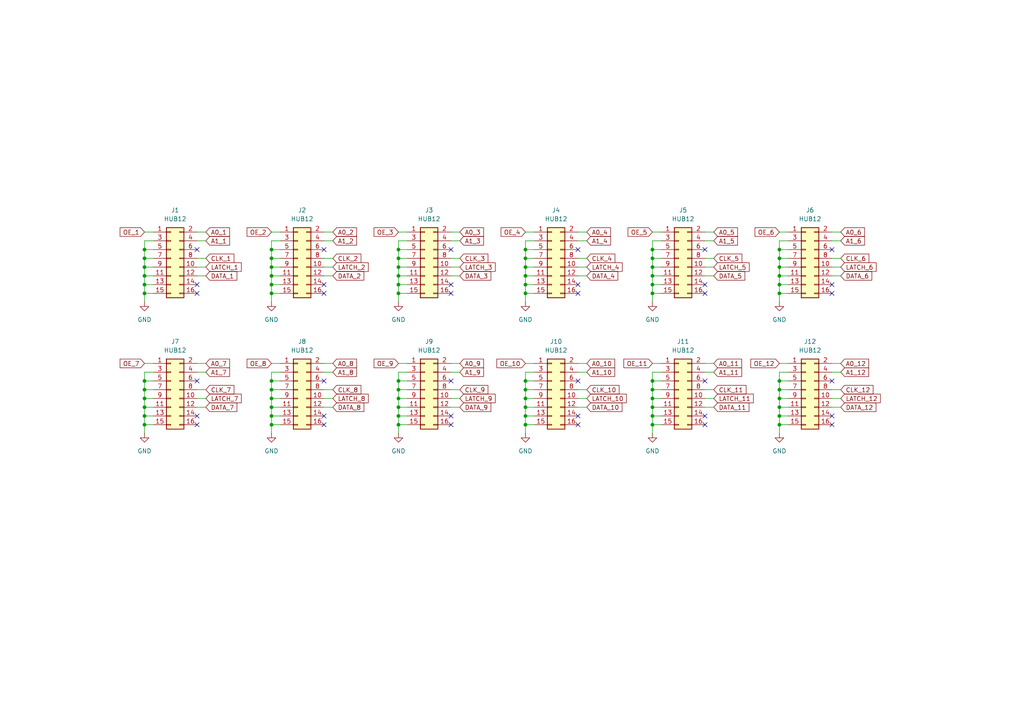
<source format=kicad_sch>
(kicad_sch (version 20250114) (generator "eeschema") (generator_version "9.0")
  (paper "A4")
  (lib_symbols
    (symbol "Connector_Generic:Conn_02x08_Odd_Even" (pin_names (offset 1.016) (hide yes))
      (property "Reference" "J" (at 1.27 10.16 0))
      (property "Value" "Conn_02x08_Odd_Even" (at 1.27 -12.7 0))
      (symbol "Conn_02x08_Odd_Even_1_1"
        (rectangle (start -1.27 8.89) (end 3.81 -11.43) (stroke (width 0.254)) (fill (type background)))
        (rectangle (start -1.27 7.747) (end 0 7.493) (stroke (width 0.1524)))
        (rectangle (start -1.27 5.207) (end 0 4.953) (stroke (width 0.1524)))
        (rectangle (start -1.27 2.667) (end 0 2.413) (stroke (width 0.1524)))
        (rectangle (start -1.27 0.127) (end 0 -0.127) (stroke (width 0.1524)))
        (rectangle (start -1.27 -2.413) (end 0 -2.667) (stroke (width 0.1524)))
        (rectangle (start -1.27 -4.953) (end 0 -5.207) (stroke (width 0.1524)))
        (rectangle (start -1.27 -7.493) (end 0 -7.747) (stroke (width 0.1524)))
        (rectangle (start -1.27 -10.033) (end 0 -10.287) (stroke (width 0.1524)))
        (rectangle (start 3.81 7.747) (end 2.54 7.493) (stroke (width 0.1524)))
        (rectangle (start 3.81 5.207) (end 2.54 4.953) (stroke (width 0.1524)))
        (rectangle (start 3.81 2.667) (end 2.54 2.413) (stroke (width 0.1524)))
        (rectangle (start 3.81 0.127) (end 2.54 -0.127) (stroke (width 0.1524)))
        (rectangle (start 3.81 -2.413) (end 2.54 -2.667) (stroke (width 0.1524)))
        (rectangle (start 3.81 -4.953) (end 2.54 -5.207) (stroke (width 0.1524)))
        (rectangle (start 3.81 -7.493) (end 2.54 -7.747) (stroke (width 0.1524)))
        (rectangle (start 3.81 -10.033) (end 2.54 -10.287) (stroke (width 0.1524)))
        (pin passive line (at -5.08 7.62 0) (length 3.81) (name "Pin_1") (number "1"))
        (pin passive line (at -5.08 5.08 0) (length 3.81) (name "Pin_3") (number "3"))
        (pin passive line (at -5.08 2.54 0) (length 3.81) (name "Pin_5") (number "5"))
        (pin passive line (at -5.08 0 0) (length 3.81) (name "Pin_7") (number "7"))
        (pin passive line (at -5.08 -2.54 0) (length 3.81) (name "Pin_9") (number "9"))
        (pin passive line (at -5.08 -5.08 0) (length 3.81) (name "Pin_11") (number "11"))
        (pin passive line (at -5.08 -7.62 0) (length 3.81) (name "Pin_13") (number "13"))
        (pin passive line (at -5.08 -10.16 0) (length 3.81) (name "Pin_15") (number "15"))
        (pin passive line (at 7.62 7.62 180) (length 3.81) (name "Pin_2") (number "2"))
        (pin passive line (at 7.62 5.08 180) (length 3.81) (name "Pin_4") (number "4"))
        (pin passive line (at 7.62 2.54 180) (length 3.81) (name "Pin_6") (number "6"))
        (pin passive line (at 7.62 0 180) (length 3.81) (name "Pin_8") (number "8"))
        (pin passive line (at 7.62 -2.54 180) (length 3.81) (name "Pin_10") (number "10"))
        (pin passive line (at 7.62 -5.08 180) (length 3.81) (name "Pin_12") (number "12"))
        (pin passive line (at 7.62 -7.62 180) (length 3.81) (name "Pin_14") (number "14"))
        (pin passive line (at 7.62 -10.16 180) (length 3.81) (name "Pin_16") (number "16"))
      )
    )
    (symbol "power:GND" (power) (pin_numbers (hide yes)) (pin_names (offset 0) (hide yes))
      (property "Value" "GND" (at 0 -3.81 0))
      (symbol "GND_0_1"
        (polyline (pts (xy 0 0) (xy 0 -1.27) (xy 1.27 -1.27) (xy 0 -2.54) (xy -1.27 -1.27) (xy 0 -1.27)))
      )
      (symbol "GND_1_1"
        (pin power_in line (at 0 0 270) (length 0) (name "~") (number "1"))
      )
    )
  )
  (junction (at 41.91 72.39))
  (junction (at 226.06 77.47))
  (junction (at 78.74 74.93))
  (junction (at 152.4 113.03))
  (junction (at 41.91 80.01))
  (junction (at 152.4 72.39))
  (junction (at 115.57 110.49))
  (junction (at 115.57 82.55))
  (junction (at 189.23 77.47))
  (junction (at 152.4 85.09))
  (junction (at 41.91 113.03))
  (junction (at 226.06 110.49))
  (junction (at 226.06 113.03))
  (junction (at 152.4 120.65))
  (junction (at 78.74 123.19))
  (junction (at 226.06 72.39))
  (junction (at 189.23 118.11))
  (junction (at 41.91 74.93))
  (junction (at 115.57 113.03))
  (junction (at 41.91 123.19))
  (junction (at 115.57 123.19))
  (junction (at 152.4 77.47))
  (junction (at 115.57 72.39))
  (junction (at 226.06 80.01))
  (junction (at 152.4 118.11))
  (junction (at 152.4 123.19))
  (junction (at 189.23 110.49))
  (junction (at 41.91 85.09))
  (junction (at 41.91 77.47))
  (junction (at 78.74 85.09))
  (junction (at 189.23 72.39))
  (junction (at 78.74 77.47))
  (junction (at 41.91 118.11))
  (junction (at 226.06 120.65))
  (junction (at 115.57 85.09))
  (junction (at 115.57 115.57))
  (junction (at 41.91 110.49))
  (junction (at 189.23 85.09))
  (junction (at 226.06 82.55))
  (junction (at 78.74 118.11))
  (junction (at 152.4 82.55))
  (junction (at 78.74 82.55))
  (junction (at 189.23 74.93))
  (junction (at 189.23 120.65))
  (junction (at 226.06 123.19))
  (junction (at 152.4 115.57))
  (junction (at 226.06 85.09))
  (junction (at 78.74 80.01))
  (junction (at 189.23 115.57))
  (junction (at 115.57 80.01))
  (junction (at 189.23 113.03))
  (junction (at 152.4 80.01))
  (junction (at 78.74 110.49))
  (junction (at 78.74 120.65))
  (junction (at 226.06 118.11))
  (junction (at 41.91 120.65))
  (junction (at 152.4 110.49))
  (junction (at 78.74 113.03))
  (junction (at 41.91 82.55))
  (junction (at 41.91 115.57))
  (junction (at 115.57 74.93))
  (junction (at 226.06 115.57))
  (junction (at 189.23 82.55))
  (junction (at 78.74 115.57))
  (junction (at 115.57 77.47))
  (junction (at 152.4 74.93))
  (junction (at 189.23 123.19))
  (junction (at 226.06 74.93))
  (junction (at 78.74 72.39))
  (junction (at 115.57 118.11))
  (junction (at 189.23 80.01))
  (junction (at 115.57 120.65))
  (no_connect (at 241.3 82.55))
  (no_connect (at 130.81 123.19))
  (no_connect (at 57.15 123.19))
  (no_connect (at 167.64 110.49))
  (no_connect (at 93.98 123.19))
  (no_connect (at 93.98 72.39))
  (no_connect (at 130.81 85.09))
  (no_connect (at 57.15 72.39))
  (no_connect (at 167.64 72.39))
  (no_connect (at 241.3 120.65))
  (no_connect (at 167.64 85.09))
  (no_connect (at 93.98 82.55))
  (no_connect (at 130.81 72.39))
  (no_connect (at 241.3 85.09))
  (no_connect (at 93.98 120.65))
  (no_connect (at 57.15 85.09))
  (no_connect (at 241.3 72.39))
  (no_connect (at 241.3 110.49))
  (no_connect (at 204.47 120.65))
  (no_connect (at 130.81 110.49))
  (no_connect (at 167.64 82.55))
  (no_connect (at 167.64 120.65))
  (no_connect (at 57.15 120.65))
  (no_connect (at 204.47 82.55))
  (no_connect (at 130.81 120.65))
  (no_connect (at 204.47 123.19))
  (no_connect (at 93.98 85.09))
  (no_connect (at 130.81 82.55))
  (no_connect (at 204.47 72.39))
  (no_connect (at 204.47 110.49))
  (no_connect (at 241.3 123.19))
  (no_connect (at 57.15 110.49))
  (no_connect (at 57.15 82.55))
  (no_connect (at 167.64 123.19))
  (no_connect (at 204.47 85.09))
  (no_connect (at 93.98 110.49))
  (wire (pts (xy 41.91 77.47) (xy 44.45 77.47)))
  (wire (pts (xy 78.74 113.03) (xy 81.28 113.03)))
  (wire (pts (xy 241.3 80.01) (xy 243.84 80.01)))
  (wire (pts (xy 78.74 72.39) (xy 78.74 74.93)))
  (wire (pts (xy 93.98 69.85) (xy 96.52 69.85)))
  (wire (pts (xy 41.91 120.65) (xy 41.91 123.19)))
  (wire (pts (xy 167.64 115.57) (xy 170.18 115.57)))
  (wire (pts (xy 152.4 120.65) (xy 152.4 123.19)))
  (wire (pts (xy 41.91 113.03) (xy 41.91 115.57)))
  (wire (pts (xy 189.23 80.01) (xy 191.77 80.01)))
  (wire (pts (xy 189.23 118.11) (xy 191.77 118.11)))
  (wire (pts (xy 226.06 113.03) (xy 226.06 115.57)))
  (wire (pts (xy 78.74 69.85) (xy 78.74 72.39)))
  (wire (pts (xy 152.4 123.19) (xy 152.4 125.73)))
  (wire (pts (xy 226.06 123.19) (xy 226.06 125.73)))
  (wire (pts (xy 152.4 82.55) (xy 154.94 82.55)))
  (wire (pts (xy 115.57 74.93) (xy 118.11 74.93)))
  (wire (pts (xy 152.4 72.39) (xy 154.94 72.39)))
  (wire (pts (xy 226.06 85.09) (xy 226.06 87.63)))
  (wire (pts (xy 152.4 115.57) (xy 154.94 115.57)))
  (wire (pts (xy 78.74 113.03) (xy 78.74 115.57)))
  (wire (pts (xy 115.57 118.11) (xy 115.57 120.65)))
  (wire (pts (xy 189.23 74.93) (xy 191.77 74.93)))
  (wire (pts (xy 191.77 107.95) (xy 189.23 107.95)))
  (wire (pts (xy 115.57 77.47) (xy 118.11 77.47)))
  (wire (pts (xy 78.74 120.65) (xy 81.28 120.65)))
  (wire (pts (xy 204.47 115.57) (xy 207.01 115.57)))
  (wire (pts (xy 152.4 77.47) (xy 152.4 80.01)))
  (wire (pts (xy 41.91 72.39) (xy 44.45 72.39)))
  (wire (pts (xy 41.91 105.41) (xy 44.45 105.41)))
  (wire (pts (xy 41.91 113.03) (xy 44.45 113.03)))
  (wire (pts (xy 118.11 69.85) (xy 115.57 69.85)))
  (wire (pts (xy 78.74 123.19) (xy 78.74 125.73)))
  (wire (pts (xy 189.23 110.49) (xy 191.77 110.49)))
  (wire (pts (xy 189.23 82.55) (xy 191.77 82.55)))
  (wire (pts (xy 204.47 113.03) (xy 207.01 113.03)))
  (wire (pts (xy 152.4 110.49) (xy 154.94 110.49)))
  (wire (pts (xy 41.91 118.11) (xy 44.45 118.11)))
  (wire (pts (xy 226.06 77.47) (xy 226.06 80.01)))
  (wire (pts (xy 57.15 74.93) (xy 59.69 74.93)))
  (wire (pts (xy 152.4 77.47) (xy 154.94 77.47)))
  (wire (pts (xy 115.57 80.01) (xy 118.11 80.01)))
  (wire (pts (xy 226.06 72.39) (xy 226.06 74.93)))
  (wire (pts (xy 167.64 105.41) (xy 170.18 105.41)))
  (wire (pts (xy 57.15 105.41) (xy 59.69 105.41)))
  (wire (pts (xy 115.57 82.55) (xy 115.57 85.09)))
  (wire (pts (xy 130.81 107.95) (xy 133.35 107.95)))
  (wire (pts (xy 115.57 77.47) (xy 115.57 80.01)))
  (wire (pts (xy 115.57 123.19) (xy 118.11 123.19)))
  (wire (pts (xy 241.3 107.95) (xy 243.84 107.95)))
  (wire (pts (xy 152.4 69.85) (xy 152.4 72.39)))
  (wire (pts (xy 189.23 74.93) (xy 189.23 77.47)))
  (wire (pts (xy 226.06 115.57) (xy 226.06 118.11)))
  (wire (pts (xy 226.06 107.95) (xy 226.06 110.49)))
  (wire (pts (xy 57.15 67.31) (xy 59.69 67.31)))
  (wire (pts (xy 167.64 67.31) (xy 170.18 67.31)))
  (wire (pts (xy 226.06 85.09) (xy 228.6 85.09)))
  (wire (pts (xy 93.98 67.31) (xy 96.52 67.31)))
  (wire (pts (xy 78.74 107.95) (xy 78.74 110.49)))
  (wire (pts (xy 189.23 80.01) (xy 189.23 82.55)))
  (wire (pts (xy 189.23 120.65) (xy 189.23 123.19)))
  (wire (pts (xy 130.81 115.57) (xy 133.35 115.57)))
  (wire (pts (xy 57.15 77.47) (xy 59.69 77.47)))
  (wire (pts (xy 41.91 107.95) (xy 41.91 110.49)))
  (wire (pts (xy 130.81 113.03) (xy 133.35 113.03)))
  (wire (pts (xy 41.91 123.19) (xy 41.91 125.73)))
  (wire (pts (xy 241.3 67.31) (xy 243.84 67.31)))
  (wire (pts (xy 41.91 82.55) (xy 41.91 85.09)))
  (wire (pts (xy 115.57 85.09) (xy 115.57 87.63)))
  (wire (pts (xy 241.3 74.93) (xy 243.84 74.93)))
  (wire (pts (xy 167.64 74.93) (xy 170.18 74.93)))
  (wire (pts (xy 241.3 77.47) (xy 243.84 77.47)))
  (wire (pts (xy 189.23 72.39) (xy 191.77 72.39)))
  (wire (pts (xy 41.91 118.11) (xy 41.91 120.65)))
  (wire (pts (xy 226.06 74.93) (xy 226.06 77.47)))
  (wire (pts (xy 115.57 72.39) (xy 115.57 74.93)))
  (wire (pts (xy 241.3 69.85) (xy 243.84 69.85)))
  (wire (pts (xy 226.06 69.85) (xy 226.06 72.39)))
  (wire (pts (xy 57.15 80.01) (xy 59.69 80.01)))
  (wire (pts (xy 189.23 105.41) (xy 191.77 105.41)))
  (wire (pts (xy 115.57 118.11) (xy 118.11 118.11)))
  (wire (pts (xy 41.91 74.93) (xy 41.91 77.47)))
  (wire (pts (xy 167.64 113.03) (xy 170.18 113.03)))
  (wire (pts (xy 189.23 77.47) (xy 191.77 77.47)))
  (wire (pts (xy 78.74 85.09) (xy 78.74 87.63)))
  (wire (pts (xy 93.98 74.93) (xy 96.52 74.93)))
  (wire (pts (xy 78.74 118.11) (xy 78.74 120.65)))
  (wire (pts (xy 115.57 115.57) (xy 118.11 115.57)))
  (wire (pts (xy 41.91 115.57) (xy 41.91 118.11)))
  (wire (pts (xy 78.74 72.39) (xy 81.28 72.39)))
  (wire (pts (xy 226.06 113.03) (xy 228.6 113.03)))
  (wire (pts (xy 93.98 107.95) (xy 96.52 107.95)))
  (wire (pts (xy 115.57 110.49) (xy 118.11 110.49)))
  (wire (pts (xy 241.3 115.57) (xy 243.84 115.57)))
  (wire (pts (xy 115.57 120.65) (xy 118.11 120.65)))
  (wire (pts (xy 154.94 69.85) (xy 152.4 69.85)))
  (wire (pts (xy 78.74 110.49) (xy 81.28 110.49)))
  (wire (pts (xy 78.74 74.93) (xy 78.74 77.47)))
  (wire (pts (xy 93.98 105.41) (xy 96.52 105.41)))
  (wire (pts (xy 115.57 110.49) (xy 115.57 113.03)))
  (wire (pts (xy 41.91 67.31) (xy 44.45 67.31)))
  (wire (pts (xy 41.91 82.55) (xy 44.45 82.55)))
  (wire (pts (xy 189.23 82.55) (xy 189.23 85.09)))
  (wire (pts (xy 41.91 115.57) (xy 44.45 115.57)))
  (wire (pts (xy 226.06 115.57) (xy 228.6 115.57)))
  (wire (pts (xy 44.45 107.95) (xy 41.91 107.95)))
  (wire (pts (xy 167.64 107.95) (xy 170.18 107.95)))
  (wire (pts (xy 228.6 107.95) (xy 226.06 107.95)))
  (wire (pts (xy 41.91 120.65) (xy 44.45 120.65)))
  (wire (pts (xy 152.4 72.39) (xy 152.4 74.93)))
  (wire (pts (xy 78.74 82.55) (xy 78.74 85.09)))
  (wire (pts (xy 93.98 77.47) (xy 96.52 77.47)))
  (wire (pts (xy 115.57 113.03) (xy 118.11 113.03)))
  (wire (pts (xy 226.06 120.65) (xy 226.06 123.19)))
  (wire (pts (xy 115.57 123.19) (xy 115.57 125.73)))
  (wire (pts (xy 118.11 107.95) (xy 115.57 107.95)))
  (wire (pts (xy 189.23 113.03) (xy 189.23 115.57)))
  (wire (pts (xy 204.47 80.01) (xy 207.01 80.01)))
  (wire (pts (xy 152.4 110.49) (xy 152.4 113.03)))
  (wire (pts (xy 115.57 74.93) (xy 115.57 77.47)))
  (wire (pts (xy 78.74 67.31) (xy 81.28 67.31)))
  (wire (pts (xy 78.74 118.11) (xy 81.28 118.11)))
  (wire (pts (xy 226.06 123.19) (xy 228.6 123.19)))
  (wire (pts (xy 226.06 118.11) (xy 228.6 118.11)))
  (wire (pts (xy 152.4 80.01) (xy 154.94 80.01)))
  (wire (pts (xy 78.74 115.57) (xy 78.74 118.11)))
  (wire (pts (xy 152.4 107.95) (xy 152.4 110.49)))
  (wire (pts (xy 226.06 77.47) (xy 228.6 77.47)))
  (wire (pts (xy 115.57 67.31) (xy 118.11 67.31)))
  (wire (pts (xy 226.06 82.55) (xy 228.6 82.55)))
  (wire (pts (xy 93.98 113.03) (xy 96.52 113.03)))
  (wire (pts (xy 241.3 118.11) (xy 243.84 118.11)))
  (wire (pts (xy 41.91 80.01) (xy 44.45 80.01)))
  (wire (pts (xy 44.45 69.85) (xy 41.91 69.85)))
  (wire (pts (xy 41.91 69.85) (xy 41.91 72.39)))
  (wire (pts (xy 115.57 120.65) (xy 115.57 123.19)))
  (wire (pts (xy 78.74 110.49) (xy 78.74 113.03)))
  (wire (pts (xy 241.3 105.41) (xy 243.84 105.41)))
  (wire (pts (xy 78.74 77.47) (xy 78.74 80.01)))
  (wire (pts (xy 41.91 110.49) (xy 44.45 110.49)))
  (wire (pts (xy 115.57 82.55) (xy 118.11 82.55)))
  (wire (pts (xy 152.4 118.11) (xy 154.94 118.11)))
  (wire (pts (xy 78.74 77.47) (xy 81.28 77.47)))
  (wire (pts (xy 226.06 120.65) (xy 228.6 120.65)))
  (wire (pts (xy 152.4 85.09) (xy 152.4 87.63)))
  (wire (pts (xy 204.47 105.41) (xy 207.01 105.41)))
  (wire (pts (xy 130.81 69.85) (xy 133.35 69.85)))
  (wire (pts (xy 226.06 105.41) (xy 228.6 105.41)))
  (wire (pts (xy 167.64 118.11) (xy 170.18 118.11)))
  (wire (pts (xy 78.74 80.01) (xy 78.74 82.55)))
  (wire (pts (xy 41.91 85.09) (xy 41.91 87.63)))
  (wire (pts (xy 57.15 113.03) (xy 59.69 113.03)))
  (wire (pts (xy 152.4 67.31) (xy 154.94 67.31)))
  (wire (pts (xy 78.74 85.09) (xy 81.28 85.09)))
  (wire (pts (xy 152.4 113.03) (xy 154.94 113.03)))
  (wire (pts (xy 78.74 120.65) (xy 78.74 123.19)))
  (wire (pts (xy 41.91 77.47) (xy 41.91 80.01)))
  (wire (pts (xy 226.06 110.49) (xy 228.6 110.49)))
  (wire (pts (xy 152.4 74.93) (xy 154.94 74.93)))
  (wire (pts (xy 226.06 67.31) (xy 228.6 67.31)))
  (wire (pts (xy 41.91 74.93) (xy 44.45 74.93)))
  (wire (pts (xy 130.81 105.41) (xy 133.35 105.41)))
  (wire (pts (xy 78.74 123.19) (xy 81.28 123.19)))
  (wire (pts (xy 189.23 85.09) (xy 191.77 85.09)))
  (wire (pts (xy 167.64 69.85) (xy 170.18 69.85)))
  (wire (pts (xy 81.28 107.95) (xy 78.74 107.95)))
  (wire (pts (xy 226.06 110.49) (xy 226.06 113.03)))
  (wire (pts (xy 204.47 107.95) (xy 207.01 107.95)))
  (wire (pts (xy 152.4 120.65) (xy 154.94 120.65)))
  (wire (pts (xy 189.23 85.09) (xy 189.23 87.63)))
  (wire (pts (xy 228.6 69.85) (xy 226.06 69.85)))
  (wire (pts (xy 226.06 118.11) (xy 226.06 120.65)))
  (wire (pts (xy 78.74 80.01) (xy 81.28 80.01)))
  (wire (pts (xy 189.23 123.19) (xy 191.77 123.19)))
  (wire (pts (xy 154.94 107.95) (xy 152.4 107.95)))
  (wire (pts (xy 204.47 67.31) (xy 207.01 67.31)))
  (wire (pts (xy 189.23 110.49) (xy 189.23 113.03)))
  (wire (pts (xy 93.98 115.57) (xy 96.52 115.57)))
  (wire (pts (xy 130.81 118.11) (xy 133.35 118.11)))
  (wire (pts (xy 115.57 69.85) (xy 115.57 72.39)))
  (wire (pts (xy 115.57 72.39) (xy 118.11 72.39)))
  (wire (pts (xy 41.91 80.01) (xy 41.91 82.55)))
  (wire (pts (xy 115.57 113.03) (xy 115.57 115.57)))
  (wire (pts (xy 191.77 69.85) (xy 189.23 69.85)))
  (wire (pts (xy 115.57 85.09) (xy 118.11 85.09)))
  (wire (pts (xy 130.81 80.01) (xy 133.35 80.01)))
  (wire (pts (xy 41.91 110.49) (xy 41.91 113.03)))
  (wire (pts (xy 152.4 80.01) (xy 152.4 82.55)))
  (wire (pts (xy 189.23 118.11) (xy 189.23 120.65)))
  (wire (pts (xy 189.23 115.57) (xy 191.77 115.57)))
  (wire (pts (xy 115.57 105.41) (xy 118.11 105.41)))
  (wire (pts (xy 189.23 120.65) (xy 191.77 120.65)))
  (wire (pts (xy 189.23 107.95) (xy 189.23 110.49)))
  (wire (pts (xy 130.81 74.93) (xy 133.35 74.93)))
  (wire (pts (xy 115.57 107.95) (xy 115.57 110.49)))
  (wire (pts (xy 152.4 105.41) (xy 154.94 105.41)))
  (wire (pts (xy 130.81 67.31) (xy 133.35 67.31)))
  (wire (pts (xy 189.23 77.47) (xy 189.23 80.01)))
  (wire (pts (xy 152.4 123.19) (xy 154.94 123.19)))
  (wire (pts (xy 189.23 123.19) (xy 189.23 125.73)))
  (wire (pts (xy 152.4 115.57) (xy 152.4 118.11)))
  (wire (pts (xy 189.23 72.39) (xy 189.23 74.93)))
  (wire (pts (xy 41.91 85.09) (xy 44.45 85.09)))
  (wire (pts (xy 78.74 115.57) (xy 81.28 115.57)))
  (wire (pts (xy 81.28 69.85) (xy 78.74 69.85)))
  (wire (pts (xy 189.23 67.31) (xy 191.77 67.31)))
  (wire (pts (xy 226.06 74.93) (xy 228.6 74.93)))
  (wire (pts (xy 130.81 77.47) (xy 133.35 77.47)))
  (wire (pts (xy 115.57 115.57) (xy 115.57 118.11)))
  (wire (pts (xy 41.91 72.39) (xy 41.91 74.93)))
  (wire (pts (xy 204.47 77.47) (xy 207.01 77.47)))
  (wire (pts (xy 189.23 115.57) (xy 189.23 118.11)))
  (wire (pts (xy 93.98 118.11) (xy 96.52 118.11)))
  (wire (pts (xy 204.47 74.93) (xy 207.01 74.93)))
  (wire (pts (xy 189.23 113.03) (xy 191.77 113.03)))
  (wire (pts (xy 167.64 77.47) (xy 170.18 77.47)))
  (wire (pts (xy 41.91 123.19) (xy 44.45 123.19)))
  (wire (pts (xy 226.06 80.01) (xy 226.06 82.55)))
  (wire (pts (xy 204.47 118.11) (xy 207.01 118.11)))
  (wire (pts (xy 78.74 82.55) (xy 81.28 82.55)))
  (wire (pts (xy 189.23 69.85) (xy 189.23 72.39)))
  (wire (pts (xy 57.15 118.11) (xy 59.69 118.11)))
  (wire (pts (xy 115.57 80.01) (xy 115.57 82.55)))
  (wire (pts (xy 152.4 118.11) (xy 152.4 120.65)))
  (wire (pts (xy 93.98 80.01) (xy 96.52 80.01)))
  (wire (pts (xy 226.06 82.55) (xy 226.06 85.09)))
  (wire (pts (xy 226.06 72.39) (xy 228.6 72.39)))
  (wire (pts (xy 152.4 113.03) (xy 152.4 115.57)))
  (wire (pts (xy 78.74 74.93) (xy 81.28 74.93)))
  (wire (pts (xy 241.3 113.03) (xy 243.84 113.03)))
  (wire (pts (xy 226.06 80.01) (xy 228.6 80.01)))
  (wire (pts (xy 57.15 115.57) (xy 59.69 115.57)))
  (wire (pts (xy 152.4 82.55) (xy 152.4 85.09)))
  (wire (pts (xy 57.15 69.85) (xy 59.69 69.85)))
  (wire (pts (xy 152.4 85.09) (xy 154.94 85.09)))
  (wire (pts (xy 57.15 107.95) (xy 59.69 107.95)))
  (wire (pts (xy 78.74 105.41) (xy 81.28 105.41)))
  (wire (pts (xy 152.4 74.93) (xy 152.4 77.47)))
  (wire (pts (xy 204.47 69.85) (xy 207.01 69.85)))
  (wire (pts (xy 167.64 80.01) (xy 170.18 80.01)))
  (global_label "CLK_12" (shape input) (at 243.84 113.03 0) (property "Intersheetrefs" "${INTERSHEET_REFS}" (effects (hide yes))))
  (global_label "A0_10" (shape input) (at 170.18 105.41 0) (property "Intersheetrefs" "${INTERSHEET_REFS}" (effects (hide yes))))
  (global_label "CLK_11" (shape input) (at 207.01 113.03 0) (property "Intersheetrefs" "${INTERSHEET_REFS}" (effects (hide yes))))
  (global_label "A0_8" (shape input) (at 96.52 105.41 0) (property "Intersheetrefs" "${INTERSHEET_REFS}" (effects (hide yes))))
  (global_label "A0_12" (shape input) (at 243.84 105.41 0) (property "Intersheetrefs" "${INTERSHEET_REFS}" (effects (hide yes))))
  (global_label "A1_10" (shape input) (at 170.18 107.95 0) (property "Intersheetrefs" "${INTERSHEET_REFS}" (effects (hide yes))))
  (global_label "DATA_2" (shape input) (at 96.52 80.01 0) (property "Intersheetrefs" "${INTERSHEET_REFS}" (effects (hide yes))))
  (global_label "A1_7" (shape input) (at 59.69 107.95 0) (property "Intersheetrefs" "${INTERSHEET_REFS}" (effects (hide yes))))
  (global_label "A0_5" (shape input) (at 207.01 67.31 0) (property "Intersheetrefs" "${INTERSHEET_REFS}" (effects (hide yes))))
  (global_label "LATCH_10" (shape input) (at 170.18 115.57 0) (property "Intersheetrefs" "${INTERSHEET_REFS}" (effects (hide yes))))
  (global_label "LATCH_5" (shape input) (at 207.01 77.47 0) (property "Intersheetrefs" "${INTERSHEET_REFS}" (effects (hide yes))))
  (global_label "DATA_4" (shape input) (at 170.18 80.01 0) (property "Intersheetrefs" "${INTERSHEET_REFS}" (effects (hide yes))))
  (global_label "CLK_9" (shape input) (at 133.35 113.03 0) (property "Intersheetrefs" "${INTERSHEET_REFS}" (effects (hide yes))))
  (global_label "CLK_7" (shape input) (at 59.69 113.03 0) (property "Intersheetrefs" "${INTERSHEET_REFS}" (effects (hide yes))))
  (global_label "DATA_9" (shape input) (at 133.35 118.11 0) (property "Intersheetrefs" "${INTERSHEET_REFS}" (effects (hide yes))))
  (global_label "CLK_2" (shape input) (at 96.52 74.93 0) (property "Intersheetrefs" "${INTERSHEET_REFS}" (effects (hide yes))))
  (global_label "CLK_3" (shape input) (at 133.35 74.93 0) (property "Intersheetrefs" "${INTERSHEET_REFS}" (effects (hide yes))))
  (global_label "A1_3" (shape input) (at 133.35 69.85 0) (property "Intersheetrefs" "${INTERSHEET_REFS}" (effects (hide yes))))
  (global_label "A0_1" (shape input) (at 59.69 67.31 0) (property "Intersheetrefs" "${INTERSHEET_REFS}" (effects (hide yes))))
  (global_label "A0_11" (shape input) (at 207.01 105.41 0) (property "Intersheetrefs" "${INTERSHEET_REFS}" (effects (hide yes))))
  (global_label "OE_2" (shape input) (at 78.74 67.31 180) (property "Intersheetrefs" "${INTERSHEET_REFS}" (effects (hide yes))))
  (global_label "OE_1" (shape input) (at 41.91 67.31 180) (property "Intersheetrefs" "${INTERSHEET_REFS}" (effects (hide yes))))
  (global_label "LATCH_11" (shape input) (at 207.01 115.57 0) (property "Intersheetrefs" "${INTERSHEET_REFS}" (effects (hide yes))))
  (global_label "CLK_4" (shape input) (at 170.18 74.93 0) (property "Intersheetrefs" "${INTERSHEET_REFS}" (effects (hide yes))))
  (global_label "OE_8" (shape input) (at 78.74 105.41 180) (property "Intersheetrefs" "${INTERSHEET_REFS}" (effects (hide yes))))
  (global_label "A0_9" (shape input) (at 133.35 105.41 0) (property "Intersheetrefs" "${INTERSHEET_REFS}" (effects (hide yes))))
  (global_label "A0_7" (shape input) (at 59.69 105.41 0) (property "Intersheetrefs" "${INTERSHEET_REFS}" (effects (hide yes))))
  (global_label "LATCH_4" (shape input) (at 170.18 77.47 0) (property "Intersheetrefs" "${INTERSHEET_REFS}" (effects (hide yes))))
  (global_label "A0_2" (shape input) (at 96.52 67.31 0) (property "Intersheetrefs" "${INTERSHEET_REFS}" (effects (hide yes))))
  (global_label "A1_1" (shape input) (at 59.69 69.85 0) (property "Intersheetrefs" "${INTERSHEET_REFS}" (effects (hide yes))))
  (global_label "A0_3" (shape input) (at 133.35 67.31 0) (property "Intersheetrefs" "${INTERSHEET_REFS}" (effects (hide yes))))
  (global_label "A0_6" (shape input) (at 243.84 67.31 0) (property "Intersheetrefs" "${INTERSHEET_REFS}" (effects (hide yes))))
  (global_label "A1_6" (shape input) (at 243.84 69.85 0) (property "Intersheetrefs" "${INTERSHEET_REFS}" (effects (hide yes))))
  (global_label "DATA_1" (shape input) (at 59.69 80.01 0) (property "Intersheetrefs" "${INTERSHEET_REFS}" (effects (hide yes))))
  (global_label "LATCH_9" (shape input) (at 133.35 115.57 0) (property "Intersheetrefs" "${INTERSHEET_REFS}" (effects (hide yes))))
  (global_label "DATA_5" (shape input) (at 207.01 80.01 0) (property "Intersheetrefs" "${INTERSHEET_REFS}" (effects (hide yes))))
  (global_label "LATCH_2" (shape input) (at 96.52 77.47 0) (property "Intersheetrefs" "${INTERSHEET_REFS}" (effects (hide yes))))
  (global_label "OE_12" (shape input) (at 226.06 105.41 180) (property "Intersheetrefs" "${INTERSHEET_REFS}" (effects (hide yes))))
  (global_label "A1_4" (shape input) (at 170.18 69.85 0) (property "Intersheetrefs" "${INTERSHEET_REFS}" (effects (hide yes))))
  (global_label "A1_11" (shape input) (at 207.01 107.95 0) (property "Intersheetrefs" "${INTERSHEET_REFS}" (effects (hide yes))))
  (global_label "CLK_5" (shape input) (at 207.01 74.93 0) (property "Intersheetrefs" "${INTERSHEET_REFS}" (effects (hide yes))))
  (global_label "CLK_10" (shape input) (at 170.18 113.03 0) (property "Intersheetrefs" "${INTERSHEET_REFS}" (effects (hide yes))))
  (global_label "A1_12" (shape input) (at 243.84 107.95 0) (property "Intersheetrefs" "${INTERSHEET_REFS}" (effects (hide yes))))
  (global_label "OE_4" (shape input) (at 152.4 67.31 180) (property "Intersheetrefs" "${INTERSHEET_REFS}" (effects (hide yes))))
  (global_label "CLK_8" (shape input) (at 96.52 113.03 0) (property "Intersheetrefs" "${INTERSHEET_REFS}" (effects (hide yes))))
  (global_label "OE_5" (shape input) (at 189.23 67.31 180) (property "Intersheetrefs" "${INTERSHEET_REFS}" (effects (hide yes))))
  (global_label "OE_7" (shape input) (at 41.91 105.41 180) (property "Intersheetrefs" "${INTERSHEET_REFS}" (effects (hide yes))))
  (global_label "A1_9" (shape input) (at 133.35 107.95 0) (property "Intersheetrefs" "${INTERSHEET_REFS}" (effects (hide yes))))
  (global_label "LATCH_1" (shape input) (at 59.69 77.47 0) (property "Intersheetrefs" "${INTERSHEET_REFS}" (effects (hide yes))))
  (global_label "OE_6" (shape input) (at 226.06 67.31 180) (property "Intersheetrefs" "${INTERSHEET_REFS}" (effects (hide yes))))
  (global_label "A0_4" (shape input) (at 170.18 67.31 0) (property "Intersheetrefs" "${INTERSHEET_REFS}" (effects (hide yes))))
  (global_label "LATCH_6" (shape input) (at 243.84 77.47 0) (property "Intersheetrefs" "${INTERSHEET_REFS}" (effects (hide yes))))
  (global_label "DATA_11" (shape input) (at 207.01 118.11 0) (property "Intersheetrefs" "${INTERSHEET_REFS}" (effects (hide yes))))
  (global_label "DATA_8" (shape input) (at 96.52 118.11 0) (property "Intersheetrefs" "${INTERSHEET_REFS}" (effects (hide yes))))
  (global_label "A1_5" (shape input) (at 207.01 69.85 0) (property "Intersheetrefs" "${INTERSHEET_REFS}" (effects (hide yes))))
  (global_label "LATCH_8" (shape input) (at 96.52 115.57 0) (property "Intersheetrefs" "${INTERSHEET_REFS}" (effects (hide yes))))
  (global_label "OE_9" (shape input) (at 115.57 105.41 180) (property "Intersheetrefs" "${INTERSHEET_REFS}" (effects (hide yes))))
  (global_label "DATA_3" (shape input) (at 133.35 80.01 0) (property "Intersheetrefs" "${INTERSHEET_REFS}" (effects (hide yes))))
  (global_label "DATA_12" (shape input) (at 243.84 118.11 0) (property "Intersheetrefs" "${INTERSHEET_REFS}" (effects (hide yes))))
  (global_label "OE_11" (shape input) (at 189.23 105.41 180) (property "Intersheetrefs" "${INTERSHEET_REFS}" (effects (hide yes))))
  (global_label "LATCH_3" (shape input) (at 133.35 77.47 0) (property "Intersheetrefs" "${INTERSHEET_REFS}" (effects (hide yes))))
  (global_label "LATCH_7" (shape input) (at 59.69 115.57 0) (property "Intersheetrefs" "${INTERSHEET_REFS}" (effects (hide yes))))
  (global_label "CLK_1" (shape input) (at 59.69 74.93 0) (property "Intersheetrefs" "${INTERSHEET_REFS}" (effects (hide yes))))
  (global_label "LATCH_12" (shape input) (at 243.84 115.57 0) (property "Intersheetrefs" "${INTERSHEET_REFS}" (effects (hide yes))))
  (global_label "DATA_7" (shape input) (at 59.69 118.11 0) (property "Intersheetrefs" "${INTERSHEET_REFS}" (effects (hide yes))))
  (global_label "OE_3" (shape input) (at 115.57 67.31 180) (property "Intersheetrefs" "${INTERSHEET_REFS}" (effects (hide yes))))
  (global_label "A1_8" (shape input) (at 96.52 107.95 0) (property "Intersheetrefs" "${INTERSHEET_REFS}" (effects (hide yes))))
  (global_label "A1_2" (shape input) (at 96.52 69.85 0) (property "Intersheetrefs" "${INTERSHEET_REFS}" (effects (hide yes))))
  (global_label "OE_10" (shape input) (at 152.4 105.41 180) (property "Intersheetrefs" "${INTERSHEET_REFS}" (effects (hide yes))))
  (global_label "DATA_10" (shape input) (at 170.18 118.11 0) (property "Intersheetrefs" "${INTERSHEET_REFS}" (effects (hide yes))))
  (global_label "CLK_6" (shape input) (at 243.84 74.93 0) (property "Intersheetrefs" "${INTERSHEET_REFS}" (effects (hide yes))))
  (global_label "DATA_6" (shape input) (at 243.84 80.01 0) (property "Intersheetrefs" "${INTERSHEET_REFS}" (effects (hide yes))))
  (symbol (lib_id "power:GND") (at 41.91 87.63 0) (unit 1)
    (property "Reference" "#PWR01" (effects (hide yes)))
    (property "Value" "GND" (at 41.91 92.71 0))
    (property "Description" "Power symbol creates a global label with name \"GND\" , ground" (effects (hide yes)))
  )
  (symbol (lib_id "Connector_Generic:Conn_02x08_Odd_Even") (at 233.68 113.03 0) (unit 1)
    (property "Reference" "J12" (at 234.95 99.06 0))
    (property "Value" "HUB12" (at 234.95 101.6 0))
    (property "Footprint" "Connector_IDC:IDC-Header_2x08_P2.54mm_Vertical" (effects (hide yes)))
    (property "Description" "Generic connector, double row, 02x08, odd/even pin numbering scheme (row 1 odd numbers, row 2 even numbers), script generated (kicad-library-utils/schlib/autogen/connector/)" (effects (hide yes)))
  )
  (symbol (lib_id "power:GND") (at 152.4 125.73 0) (unit 1)
    (property "Reference" "#PWR010" (effects (hide yes)))
    (property "Value" "GND" (at 152.4 130.81 0))
    (property "Description" "Power symbol creates a global label with name \"GND\" , ground" (effects (hide yes)))
  )
  (symbol (lib_id "power:GND") (at 152.4 87.63 0) (unit 1)
    (property "Reference" "#PWR04" (effects (hide yes)))
    (property "Value" "GND" (at 152.4 92.71 0))
    (property "Description" "Power symbol creates a global label with name \"GND\" , ground" (effects (hide yes)))
  )
  (symbol (lib_id "power:GND") (at 78.74 87.63 0) (unit 1)
    (property "Reference" "#PWR02" (effects (hide yes)))
    (property "Value" "GND" (at 78.74 92.71 0))
    (property "Description" "Power symbol creates a global label with name \"GND\" , ground" (effects (hide yes)))
  )
  (symbol (lib_id "Connector_Generic:Conn_02x08_Odd_Even") (at 233.68 74.93 0) (unit 1)
    (property "Reference" "J6" (at 234.95 60.96 0))
    (property "Value" "HUB12" (at 234.95 63.5 0))
    (property "Footprint" "Connector_IDC:IDC-Header_2x08_P2.54mm_Vertical" (effects (hide yes)))
    (property "Description" "Generic connector, double row, 02x08, odd/even pin numbering scheme (row 1 odd numbers, row 2 even numbers), script generated (kicad-library-utils/schlib/autogen/connector/)" (effects (hide yes)))
  )
  (symbol (lib_id "Connector_Generic:Conn_02x08_Odd_Even") (at 123.19 74.93 0) (unit 1)
    (property "Reference" "J3" (at 124.46 60.96 0))
    (property "Value" "HUB12" (at 124.46 63.5 0))
    (property "Footprint" "Connector_IDC:IDC-Header_2x08_P2.54mm_Vertical" (effects (hide yes)))
    (property "Description" "Generic connector, double row, 02x08, odd/even pin numbering scheme (row 1 odd numbers, row 2 even numbers), script generated (kicad-library-utils/schlib/autogen/connector/)" (effects (hide yes)))
  )
  (symbol (lib_id "Connector_Generic:Conn_02x08_Odd_Even") (at 123.19 113.03 0) (unit 1)
    (property "Reference" "J9" (at 124.46 99.06 0))
    (property "Value" "HUB12" (at 124.46 101.6 0))
    (property "Footprint" "Connector_IDC:IDC-Header_2x08_P2.54mm_Vertical" (effects (hide yes)))
    (property "Description" "Generic connector, double row, 02x08, odd/even pin numbering scheme (row 1 odd numbers, row 2 even numbers), script generated (kicad-library-utils/schlib/autogen/connector/)" (effects (hide yes)))
  )
  (symbol (lib_id "power:GND") (at 189.23 125.73 0) (unit 1)
    (property "Reference" "#PWR011" (effects (hide yes)))
    (property "Value" "GND" (at 189.23 130.81 0))
    (property "Description" "Power symbol creates a global label with name \"GND\" , ground" (effects (hide yes)))
  )
  (symbol (lib_id "Connector_Generic:Conn_02x08_Odd_Even") (at 160.02 113.03 0) (unit 1)
    (property "Reference" "J10" (at 161.29 99.06 0))
    (property "Value" "HUB12" (at 161.29 101.6 0))
    (property "Footprint" "Connector_IDC:IDC-Header_2x08_P2.54mm_Vertical" (effects (hide yes)))
    (property "Description" "Generic connector, double row, 02x08, odd/even pin numbering scheme (row 1 odd numbers, row 2 even numbers), script generated (kicad-library-utils/schlib/autogen/connector/)" (effects (hide yes)))
  )
  (symbol (lib_id "Connector_Generic:Conn_02x08_Odd_Even") (at 86.36 74.93 0) (unit 1)
    (property "Reference" "J2" (at 87.63 60.96 0))
    (property "Value" "HUB12" (at 87.63 63.5 0))
    (property "Footprint" "Connector_IDC:IDC-Header_2x08_P2.54mm_Vertical" (effects (hide yes)))
    (property "Description" "Generic connector, double row, 02x08, odd/even pin numbering scheme (row 1 odd numbers, row 2 even numbers), script generated (kicad-library-utils/schlib/autogen/connector/)" (effects (hide yes)))
  )
  (symbol (lib_id "Connector_Generic:Conn_02x08_Odd_Even") (at 160.02 74.93 0) (unit 1)
    (property "Reference" "J4" (at 161.29 60.96 0))
    (property "Value" "HUB12" (at 161.29 63.5 0))
    (property "Footprint" "Connector_IDC:IDC-Header_2x08_P2.54mm_Vertical" (effects (hide yes)))
    (property "Description" "Generic connector, double row, 02x08, odd/even pin numbering scheme (row 1 odd numbers, row 2 even numbers), script generated (kicad-library-utils/schlib/autogen/connector/)" (effects (hide yes)))
  )
  (symbol (lib_id "Connector_Generic:Conn_02x08_Odd_Even") (at 86.36 113.03 0) (unit 1)
    (property "Reference" "J8" (at 87.63 99.06 0))
    (property "Value" "HUB12" (at 87.63 101.6 0))
    (property "Footprint" "Connector_IDC:IDC-Header_2x08_P2.54mm_Vertical" (effects (hide yes)))
    (property "Description" "Generic connector, double row, 02x08, odd/even pin numbering scheme (row 1 odd numbers, row 2 even numbers), script generated (kicad-library-utils/schlib/autogen/connector/)" (effects (hide yes)))
  )
  (symbol (lib_id "power:GND") (at 41.91 125.73 0) (unit 1)
    (property "Reference" "#PWR07" (effects (hide yes)))
    (property "Value" "GND" (at 41.91 130.81 0))
    (property "Description" "Power symbol creates a global label with name \"GND\" , ground" (effects (hide yes)))
  )
  (symbol (lib_id "Connector_Generic:Conn_02x08_Odd_Even") (at 196.85 113.03 0) (unit 1)
    (property "Reference" "J11" (at 198.12 99.06 0))
    (property "Value" "HUB12" (at 198.12 101.6 0))
    (property "Footprint" "Connector_IDC:IDC-Header_2x08_P2.54mm_Vertical" (effects (hide yes)))
    (property "Description" "Generic connector, double row, 02x08, odd/even pin numbering scheme (row 1 odd numbers, row 2 even numbers), script generated (kicad-library-utils/schlib/autogen/connector/)" (effects (hide yes)))
  )
  (symbol (lib_id "power:GND") (at 226.06 87.63 0) (unit 1)
    (property "Reference" "#PWR06" (effects (hide yes)))
    (property "Value" "GND" (at 226.06 92.71 0))
    (property "Description" "Power symbol creates a global label with name \"GND\" , ground" (effects (hide yes)))
  )
  (symbol (lib_id "power:GND") (at 115.57 87.63 0) (unit 1)
    (property "Reference" "#PWR03" (effects (hide yes)))
    (property "Value" "GND" (at 115.57 92.71 0))
    (property "Description" "Power symbol creates a global label with name \"GND\" , ground" (effects (hide yes)))
  )
  (symbol (lib_id "Connector_Generic:Conn_02x08_Odd_Even") (at 49.53 74.93 0) (unit 1)
    (property "Reference" "J1" (at 50.8 60.96 0))
    (property "Value" "HUB12" (at 50.8 63.5 0))
    (property "Footprint" "Connector_IDC:IDC-Header_2x08_P2.54mm_Vertical" (effects (hide yes)))
    (property "Description" "Generic connector, double row, 02x08, odd/even pin numbering scheme (row 1 odd numbers, row 2 even numbers), script generated (kicad-library-utils/schlib/autogen/connector/)" (effects (hide yes)))
  )
  (symbol (lib_id "power:GND") (at 115.57 125.73 0) (unit 1)
    (property "Reference" "#PWR09" (effects (hide yes)))
    (property "Value" "GND" (at 115.57 130.81 0))
    (property "Description" "Power symbol creates a global label with name \"GND\" , ground" (effects (hide yes)))
  )
  (symbol (lib_id "power:GND") (at 78.74 125.73 0) (unit 1)
    (property "Reference" "#PWR08" (effects (hide yes)))
    (property "Value" "GND" (at 78.74 130.81 0))
    (property "Description" "Power symbol creates a global label with name \"GND\" , ground" (effects (hide yes)))
  )
  (symbol (lib_id "power:GND") (at 226.06 125.73 0) (unit 1)
    (property "Reference" "#PWR012" (effects (hide yes)))
    (property "Value" "GND" (at 226.06 130.81 0))
    (property "Description" "Power symbol creates a global label with name \"GND\" , ground" (effects (hide yes)))
  )
  (symbol (lib_id "Connector_Generic:Conn_02x08_Odd_Even") (at 196.85 74.93 0) (unit 1)
    (property "Reference" "J5" (at 198.12 60.96 0))
    (property "Value" "HUB12" (at 198.12 63.5 0))
    (property "Footprint" "Connector_IDC:IDC-Header_2x08_P2.54mm_Vertical" (effects (hide yes)))
    (property "Description" "Generic connector, double row, 02x08, odd/even pin numbering scheme (row 1 odd numbers, row 2 even numbers), script generated (kicad-library-utils/schlib/autogen/connector/)" (effects (hide yes)))
  )
  (symbol (lib_id "Connector_Generic:Conn_02x08_Odd_Even") (at 49.53 113.03 0) (unit 1)
    (property "Reference" "J7" (at 50.8 99.06 0))
    (property "Value" "HUB12" (at 50.8 101.6 0))
    (property "Footprint" "Connector_IDC:IDC-Header_2x08_P2.54mm_Vertical" (effects (hide yes)))
    (property "Description" "Generic connector, double row, 02x08, odd/even pin numbering scheme (row 1 odd numbers, row 2 even numbers), script generated (kicad-library-utils/schlib/autogen/connector/)" (effects (hide yes)))
  )
  (symbol (lib_id "power:GND") (at 189.23 87.63 0) (unit 1)
    (property "Reference" "#PWR05" (effects (hide yes)))
    (property "Value" "GND" (at 189.23 92.71 0))
    (property "Description" "Power symbol creates a global label with name \"GND\" , ground" (effects (hide yes)))
  )
)
</source>
